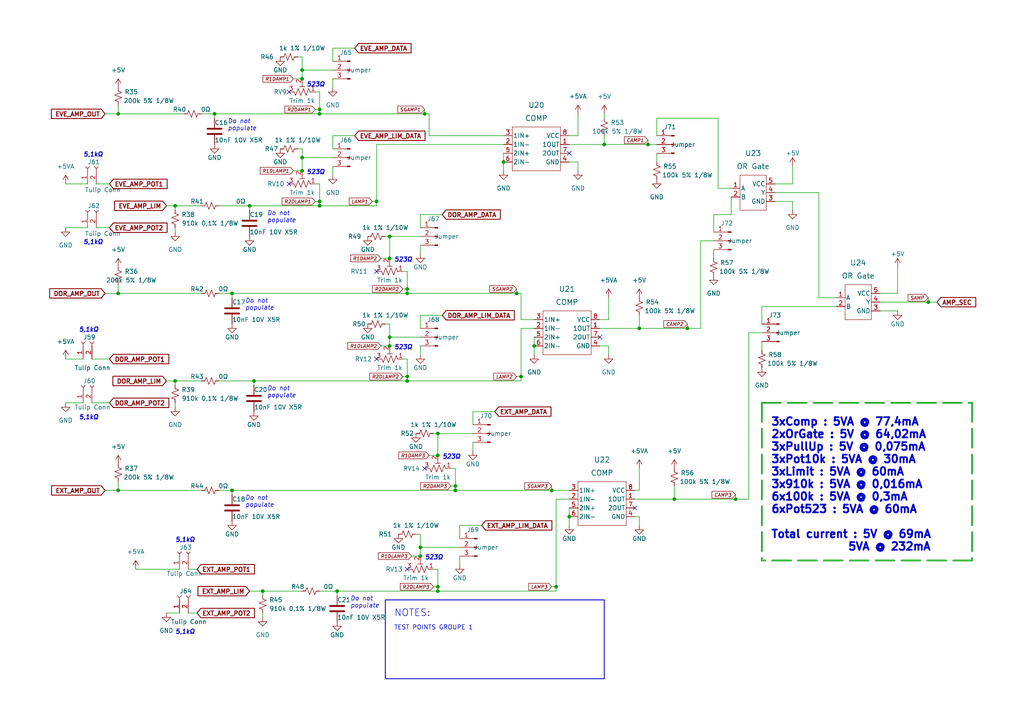
<source format=kicad_sch>
(kicad_sch (version 20211123) (generator eeschema)
  (paper "A4")
  (title_block (title "BUMBLEBEE") (date "2024-01-15") (rev "1.00") (company "ExoFlex") (comment 1 "Bumblebee"))
  (junction (at 87.63 49.53))
  (junction (at 127 171.45))
  (junction (at 199.39 95.25))
  (junction (at 132.08 140.97))
  (junction (at 76.2 171.45))
  (junction (at 160.02 142.24))
  (junction (at 72.39 59.69))
  (junction (at 87.63 45.72))
  (junction (at 62.23 33.02))
  (junction (at 34.29 142.24))
  (junction (at 269.24 87.63))
  (junction (at 113.03 97.79))
  (junction (at 123.19 33.02))
  (junction (at 73.66 110.49))
  (junction (at 118.11 109.22))
  (junction (at 92.71 59.69))
  (junction (at 34.29 85.09))
  (junction (at 121.92 158.75))
  (junction (at 87.63 22.86))
  (junction (at 195.58 144.78))
  (junction (at 149.86 85.09))
  (junction (at 109.22 58.42))
  (junction (at 187.96 41.91))
  (junction (at 92.71 31.75))
  (junction (at 132.08 142.24))
  (junction (at 146.05 46.99))
  (junction (at 151.13 109.22))
  (junction (at 118.11 110.49))
  (junction (at 213.36 144.78))
  (junction (at 67.31 85.09))
  (junction (at 154.94 100.33))
  (junction (at 50.8 110.49))
  (junction (at 113.03 68.58))
  (junction (at 87.63 20.32))
  (junction (at 127 170.18))
  (junction (at 34.29 33.02))
  (junction (at 185.42 95.25))
  (junction (at 165.1 149.86))
  (junction (at 97.79 171.45))
  (junction (at 113.03 100.33))
  (junction (at 175.26 41.91))
  (junction (at 118.11 83.82))
  (junction (at 92.71 33.02))
  (junction (at 92.71 58.42))
  (junction (at 113.03 74.93))
  (junction (at 127 125.73))
  (junction (at 118.11 85.09))
  (junction (at 121.92 161.29))
  (junction (at 50.8 59.69))
  (junction (at 127 132.08))
  (junction (at 161.29 170.18))
  (junction (at 67.31 142.24))
  (no_connect (at 173.99 97.79))
  (no_connect (at 109.22 104.14))
  (no_connect (at 109.22 78.74))
  (no_connect (at 123.19 135.89))
  (no_connect (at 165.1 44.45))
  (no_connect (at 83.82 53.34))
  (no_connect (at 83.82 26.67))
  (no_connect (at 184.15 147.32))
  (no_connect (at 118.11 165.1))
  (wire (pts (xy 167.64 46.99) (xy 167.64 49.53)))
  (wire (pts (xy 220.98 93.98) (xy 220.98 88.9)))
  (wire (pts (xy 229.87 48.26) (xy 229.87 53.34)))
  (wire (pts (xy 176.53 86.36) (xy 176.53 92.71)))
  (wire (pts (xy 165.1 147.32) (xy 165.1 149.86)))
  (polyline (pts (xy 175.26 196.85) (xy 111.76 196.85)) (stroke (width 0.25) (type solid)))
  (wire (pts (xy 96.52 22.86) (xy 96.52 25.4)))
  (polyline (pts (xy 220.98 116.84) (xy 281.94 116.84)) (stroke (width 0.5) (type dash) (color 37 168 45 1)))
  (wire (pts (xy 151.13 109.22) (xy 151.13 110.49)))
  (wire (pts (xy 195.58 144.78) (xy 213.36 144.78)))
  (wire (pts (xy 229.87 53.34) (xy 224.79 53.34)))
  (wire (pts (xy 207.01 67.31) (xy 207.01 62.23)))
  (wire (pts (xy 133.35 156.21) (xy 133.35 152.4)))
  (polyline (pts (xy 220.98 116.84) (xy 220.98 162.56)) (stroke (width 0.5) (type dash) (color 37 168 45 1)))
  (wire (pts (xy 67.31 142.24) (xy 132.08 142.24)))
  (wire (pts (xy 229.87 58.42) (xy 229.87 60.96)))
  (wire (pts (xy 91.44 31.75) (xy 92.71 31.75)))
  (wire (pts (xy 19.05 53.34) (xy 25.4 53.34)))
  (wire (pts (xy 133.35 161.29) (xy 133.35 163.83)))
  (wire (pts (xy 62.23 33.02) (xy 92.71 33.02)))
  (wire (pts (xy 149.86 83.82) (xy 149.86 85.09)))
  (wire (pts (xy 127 171.45) (xy 161.29 171.45)))
  (wire (pts (xy 160.02 142.24) (xy 165.1 142.24)))
  (wire (pts (xy 118.11 109.22) (xy 118.11 110.49)))
  (wire (pts (xy 96.52 13.97) (xy 102.87 13.97)))
  (wire (pts (xy 175.26 34.29) (xy 175.26 33.02)))
  (wire (pts (xy 165.1 41.91) (xy 175.26 41.91)))
  (wire (pts (xy 133.35 152.4) (xy 139.7 152.4)))
  (wire (pts (xy 213.36 143.51) (xy 213.36 144.78)))
  (wire (pts (xy 149.86 85.09) (xy 151.13 85.09)))
  (wire (pts (xy 30.48 33.02) (xy 34.29 33.02)))
  (wire (pts (xy 50.8 66.04) (xy 50.8 67.31)))
  (wire (pts (xy 269.24 87.63) (xy 271.78 87.63)))
  (wire (pts (xy 48.26 110.49) (xy 50.8 110.49)))
  (wire (pts (xy 130.81 140.97) (xy 132.08 140.97)))
  (wire (pts (xy 63.5 110.49) (xy 73.66 110.49)))
  (wire (pts (xy 19.05 104.14) (xy 24.13 104.14)))
  (wire (pts (xy 116.84 109.22) (xy 118.11 109.22)))
  (wire (pts (xy 48.26 59.69) (xy 50.8 59.69)))
  (wire (pts (xy 149.86 109.22) (xy 151.13 109.22)))
  (wire (pts (xy 34.29 142.24) (xy 58.42 142.24)))
  (wire (pts (xy 220.98 96.52) (xy 217.17 96.52)))
  (wire (pts (xy 54.61 177.8) (xy 57.15 177.8)))
  (wire (pts (xy 118.11 110.49) (xy 151.13 110.49)))
  (wire (pts (xy 120.65 154.94) (xy 121.92 154.94)))
  (wire (pts (xy 165.1 149.86) (xy 165.1 152.4)))
  (wire (pts (xy 50.8 59.69) (xy 50.8 60.96)))
  (wire (pts (xy 185.42 91.44) (xy 185.42 95.25)))
  (wire (pts (xy 109.22 41.91) (xy 146.05 41.91)))
  (wire (pts (xy 132.08 142.24) (xy 160.02 142.24)))
  (wire (pts (xy 161.29 170.18) (xy 161.29 171.45)))
  (wire (pts (xy 87.63 20.32) (xy 96.52 20.32)))
  (wire (pts (xy 125.73 170.18) (xy 127 170.18)))
  (wire (pts (xy 217.17 144.78) (xy 213.36 144.78)))
  (wire (pts (xy 50.8 59.69) (xy 58.42 59.69)))
  (wire (pts (xy 184.15 149.86) (xy 185.42 149.86)))
  (wire (pts (xy 175.26 39.37) (xy 175.26 41.91)))
  (wire (pts (xy 124.46 39.37) (xy 146.05 39.37)))
  (wire (pts (xy 190.5 39.37) (xy 190.5 34.29)))
  (wire (pts (xy 185.42 149.86) (xy 185.42 152.4)))
  (wire (pts (xy 116.84 83.82) (xy 118.11 83.82)))
  (wire (pts (xy 63.5 59.69) (xy 72.39 59.69)))
  (wire (pts (xy 187.96 40.64) (xy 187.96 41.91)))
  (wire (pts (xy 165.1 46.99) (xy 167.64 46.99)))
  (wire (pts (xy 237.49 86.36) (xy 242.57 86.36)))
  (wire (pts (xy 86.36 43.18) (xy 87.63 43.18)))
  (wire (pts (xy 92.71 58.42) (xy 92.71 59.69)))
  (wire (pts (xy 87.63 43.18) (xy 87.63 45.72)))
  (wire (pts (xy 212.09 62.23) (xy 212.09 57.15)))
  (wire (pts (xy 34.29 33.02) (xy 53.34 33.02)))
  (wire (pts (xy 87.63 16.51) (xy 87.63 20.32)))
  (wire (pts (xy 207.01 72.39) (xy 207.01 74.93)))
  (wire (pts (xy 154.94 100.33) (xy 154.94 102.87)))
  (wire (pts (xy 132.08 140.97) (xy 132.08 142.24)))
  (wire (pts (xy 76.2 171.45) (xy 76.2 172.72)))
  (polyline (pts (xy 281.94 162.56) (xy 220.98 162.56)) (stroke (width 0.5) (type dash) (color 37 168 45 1)))
  (wire (pts (xy 184.15 142.24) (xy 185.42 142.24)))
  (wire (pts (xy 62.23 33.02) (xy 62.23 34.29)))
  (wire (pts (xy 97.79 171.45) (xy 127 171.45)))
  (wire (pts (xy 118.11 104.14) (xy 118.11 109.22)))
  (wire (pts (xy 30.48 142.24) (xy 34.29 142.24)))
  (polyline (pts (xy 281.94 116.84) (xy 281.94 162.56)) (stroke (width 0.5) (type dash) (color 37 168 45 1)))
  (wire (pts (xy 146.05 46.99) (xy 146.05 49.53)))
  (wire (pts (xy 255.27 87.63) (xy 269.24 87.63)))
  (wire (pts (xy 125.73 165.1) (xy 127 165.1)))
  (wire (pts (xy 97.79 171.45) (xy 97.79 172.72)))
  (wire (pts (xy 195.58 140.97) (xy 195.58 144.78)))
  (wire (pts (xy 92.71 26.67) (xy 92.71 31.75)))
  (wire (pts (xy 73.66 110.49) (xy 73.66 111.76)))
  (wire (pts (xy 203.2 69.85) (xy 207.01 69.85)))
  (wire (pts (xy 54.61 165.1) (xy 57.15 165.1)))
  (wire (pts (xy 119.38 161.29) (xy 121.92 161.29)))
  (wire (pts (xy 176.53 100.33) (xy 176.53 102.87)))
  (wire (pts (xy 67.31 85.09) (xy 67.31 86.36)))
  (wire (pts (xy 107.95 58.42) (xy 109.22 58.42)))
  (wire (pts (xy 207.01 62.23) (xy 212.09 62.23)))
  (wire (pts (xy 26.67 104.14) (xy 31.75 104.14)))
  (wire (pts (xy 72.39 59.69) (xy 92.71 59.69)))
  (wire (pts (xy 110.49 100.33) (xy 113.03 100.33)))
  (wire (pts (xy 173.99 95.25) (xy 185.42 95.25)))
  (wire (pts (xy 50.8 110.49) (xy 58.42 110.49)))
  (wire (pts (xy 137.16 128.27) (xy 137.16 130.81)))
  (wire (pts (xy 121.92 62.23) (xy 128.27 62.23)))
  (wire (pts (xy 185.42 135.89) (xy 185.42 142.24)))
  (wire (pts (xy 121.92 95.25) (xy 121.92 91.44)))
  (wire (pts (xy 161.29 144.78) (xy 161.29 170.18)))
  (wire (pts (xy 175.26 41.91) (xy 187.96 41.91)))
  (wire (pts (xy 203.2 95.25) (xy 203.2 69.85)))
  (wire (pts (xy 19.05 66.04) (xy 25.4 66.04)))
  (wire (pts (xy 72.39 171.45) (xy 76.2 171.45)))
  (wire (pts (xy 63.5 85.09) (xy 67.31 85.09)))
  (wire (pts (xy 127 125.73) (xy 137.16 125.73)))
  (wire (pts (xy 39.37 165.1) (xy 52.07 165.1)))
  (wire (pts (xy 92.71 171.45) (xy 97.79 171.45)))
  (wire (pts (xy 220.98 99.06) (xy 220.98 101.6)))
  (wire (pts (xy 113.03 97.79) (xy 121.92 97.79)))
  (wire (pts (xy 130.81 135.89) (xy 132.08 135.89)))
  (wire (pts (xy 96.52 39.37) (xy 102.87 39.37)))
  (wire (pts (xy 190.5 44.45) (xy 190.5 46.99)))
  (wire (pts (xy 167.64 33.02) (xy 167.64 39.37)))
  (wire (pts (xy 91.44 58.42) (xy 92.71 58.42)))
  (wire (pts (xy 118.11 85.09) (xy 149.86 85.09)))
  (wire (pts (xy 190.5 34.29) (xy 208.28 34.29)))
  (wire (pts (xy 91.44 53.34) (xy 92.71 53.34)))
  (wire (pts (xy 27.94 53.34) (xy 31.75 53.34)))
  (wire (pts (xy 151.13 95.25) (xy 151.13 109.22)))
  (polyline (pts (xy 111.76 173.99) (xy 111.76 196.85)) (stroke (width 0.25) (type solid)))
  (wire (pts (xy 127 165.1) (xy 127 170.18)))
  (wire (pts (xy 161.29 144.78) (xy 165.1 144.78)))
  (wire (pts (xy 113.03 68.58) (xy 113.03 74.93)))
  (wire (pts (xy 85.09 22.86) (xy 87.63 22.86)))
  (wire (pts (xy 224.79 55.88) (xy 237.49 55.88)))
  (wire (pts (xy 260.35 85.09) (xy 255.27 85.09)))
  (wire (pts (xy 125.73 125.73) (xy 127 125.73)))
  (wire (pts (xy 111.76 93.98) (xy 113.03 93.98)))
  (wire (pts (xy 187.96 41.91) (xy 190.5 41.91)))
  (wire (pts (xy 220.98 88.9) (xy 242.57 88.9)))
  (wire (pts (xy 121.92 158.75) (xy 133.35 158.75)))
  (wire (pts (xy 19.05 116.84) (xy 24.13 116.84)))
  (wire (pts (xy 92.71 31.75) (xy 92.71 33.02)))
  (wire (pts (xy 116.84 104.14) (xy 118.11 104.14)))
  (wire (pts (xy 165.1 39.37) (xy 167.64 39.37)))
  (wire (pts (xy 121.92 91.44) (xy 128.27 91.44)))
  (polyline (pts (xy 175.26 173.99) (xy 175.26 196.85)) (stroke (width 0.25) (type solid)))
  (wire (pts (xy 173.99 100.33) (xy 176.53 100.33)))
  (wire (pts (xy 111.76 68.58) (xy 113.03 68.58)))
  (wire (pts (xy 121.92 158.75) (xy 121.92 161.29)))
  (wire (pts (xy 92.71 59.69) (xy 109.22 59.69)))
  (wire (pts (xy 269.24 86.36) (xy 269.24 87.63)))
  (wire (pts (xy 260.35 90.17) (xy 255.27 90.17)))
  (wire (pts (xy 109.22 58.42) (xy 109.22 41.91)))
  (wire (pts (xy 132.08 135.89) (xy 132.08 140.97)))
  (wire (pts (xy 121.92 66.04) (xy 121.92 62.23)))
  (wire (pts (xy 154.94 92.71) (xy 151.13 92.71)))
  (wire (pts (xy 48.26 177.8) (xy 52.07 177.8)))
  (wire (pts (xy 121.92 100.33) (xy 121.92 102.87)))
  (wire (pts (xy 185.42 95.25) (xy 199.39 95.25)))
  (wire (pts (xy 184.15 144.78) (xy 195.58 144.78)))
  (wire (pts (xy 160.02 140.97) (xy 160.02 142.24)))
  (wire (pts (xy 137.16 123.19) (xy 137.16 119.38)))
  (wire (pts (xy 34.29 85.09) (xy 58.42 85.09)))
  (wire (pts (xy 67.31 142.24) (xy 67.31 143.51)))
  (wire (pts (xy 208.28 34.29) (xy 208.28 54.61)))
  (wire (pts (xy 109.22 59.69) (xy 109.22 58.42)))
  (wire (pts (xy 229.87 58.42) (xy 224.79 58.42)))
  (wire (pts (xy 76.2 171.45) (xy 87.63 171.45)))
  (wire (pts (xy 118.11 83.82) (xy 118.11 85.09)))
  (wire (pts (xy 116.84 78.74) (xy 118.11 78.74)))
  (wire (pts (xy 26.67 116.84) (xy 31.75 116.84)))
  (wire (pts (xy 113.03 97.79) (xy 113.03 100.33)))
  (wire (pts (xy 199.39 95.25) (xy 203.2 95.25)))
  (wire (pts (xy 92.71 53.34) (xy 92.71 58.42)))
  (wire (pts (xy 199.39 93.98) (xy 199.39 95.25)))
  (wire (pts (xy 50.8 110.49) (xy 50.8 111.76)))
  (wire (pts (xy 173.99 92.71) (xy 176.53 92.71)))
  (wire (pts (xy 87.63 20.32) (xy 87.63 22.86)))
  (wire (pts (xy 73.66 110.49) (xy 118.11 110.49)))
  (wire (pts (xy 113.03 93.98) (xy 113.03 97.79)))
  (wire (pts (xy 85.09 49.53) (xy 87.63 49.53)))
  (wire (pts (xy 124.46 132.08) (xy 127 132.08)))
  (wire (pts (xy 92.71 33.02) (xy 123.19 33.02)))
  (wire (pts (xy 27.94 66.04) (xy 31.75 66.04)))
  (wire (pts (xy 217.17 96.52) (xy 217.17 144.78)))
  (wire (pts (xy 96.52 48.26) (xy 96.52 50.8)))
  (wire (pts (xy 86.36 16.51) (xy 87.63 16.51)))
  (wire (pts (xy 87.63 45.72) (xy 96.52 45.72)))
  (wire (pts (xy 123.19 33.02) (xy 124.46 33.02)))
  (wire (pts (xy 151.13 85.09) (xy 151.13 92.71)))
  (wire (pts (xy 123.19 31.75) (xy 123.19 33.02)))
  (wire (pts (xy 146.05 44.45) (xy 146.05 46.99)))
  (wire (pts (xy 151.13 95.25) (xy 154.94 95.25)))
  (wire (pts (xy 34.29 139.7) (xy 34.29 142.24)))
  (wire (pts (xy 96.52 17.78) (xy 96.52 13.97)))
  (wire (pts (xy 160.02 170.18) (xy 161.29 170.18)))
  (wire (pts (xy 137.16 119.38) (xy 143.51 119.38)))
  (wire (pts (xy 50.8 116.84) (xy 50.8 118.11)))
  (wire (pts (xy 91.44 26.67) (xy 92.71 26.67)))
  (wire (pts (xy 72.39 59.69) (xy 72.39 60.96)))
  (wire (pts (xy 30.48 85.09) (xy 34.29 85.09)))
  (wire (pts (xy 34.29 30.48) (xy 34.29 33.02)))
  (wire (pts (xy 67.31 85.09) (xy 118.11 85.09)))
  (wire (pts (xy 58.42 33.02) (xy 62.23 33.02)))
  (wire (pts (xy 96.52 43.18) (xy 96.52 39.37)))
  (wire (pts (xy 124.46 33.02) (xy 124.46 39.37)))
  (wire (pts (xy 118.11 78.74) (xy 118.11 83.82)))
  (wire (pts (xy 121.92 71.12) (xy 121.92 73.66)))
  (wire (pts (xy 127 125.73) (xy 127 132.08)))
  (wire (pts (xy 110.49 74.93) (xy 113.03 74.93)))
  (wire (pts (xy 34.29 82.55) (xy 34.29 85.09)))
  (wire (pts (xy 113.03 68.58) (xy 121.92 68.58)))
  (wire (pts (xy 87.63 45.72) (xy 87.63 49.53)))
  (wire (pts (xy 260.35 77.47) (xy 260.35 85.09)))
  (polyline (pts (xy 111.76 173.99) (xy 175.26 173.99)) (stroke (width 0.25) (type solid)))
  (wire (pts (xy 154.94 97.79) (xy 154.94 100.33)))
  (wire (pts (xy 121.92 154.94) (xy 121.92 158.75)))
  (wire (pts (xy 208.28 54.61) (xy 212.09 54.61)))
  (wire (pts (xy 127 170.18) (xy 127 171.45)))
  (wire (pts (xy 237.49 55.88) (xy 237.49 86.36)))
  (wire (pts (xy 76.2 177.8) (xy 76.2 179.07)))
  (wire (pts (xy 63.5 142.24) (xy 67.31 142.24)))
  (text "Do not \npopulate" (at 77.47 64.77 0) (effects (font (size 1.27 1.27) italic) (justify left bottom)))
  (text "523Ω" (at 88.9 50.8 0) (effects (font (size 1.27 1.27) (thickness 0.254) bold italic) (justify left bottom)))
  (text "523Ω" (at 114.3 101.6 0) (effects (font (size 1.27 1.27) (thickness 0.254) bold italic) (justify left bottom)))
  (text "5,1kΩ" (at 24.13 45.72 0) (effects (font (size 1.27 1.27) (thickness 0.254) bold italic) (justify left bottom)))
  (text "5,1kΩ" (at 22.86 121.92 0) (effects (font (size 1.27 1.27) (thickness 0.254) bold italic) (justify left bottom)))
  (text "5,1kΩ" (at 50.8 184.15 0) (effects (font (size 1.27 1.27) (thickness 0.254) bold italic) (justify left bottom)))
  (text "523Ω" (at 123.19 162.56 0) (effects (font (size 1.27 1.27) (thickness 0.254) bold italic) (justify left bottom)))
  (text "Do not \npopulate" (at 77.47 115.57 0) (effects (font (size 1.27 1.27) italic) (justify left bottom)))
  (text "NOTES:" (at 114.3 179.07 0) (effects (font (size 2 2)) (justify left bottom)))
  (text "5,1kΩ" (at 22.86 96.52 0) (effects (font (size 1.27 1.27) (thickness 0.254) bold italic) (justify left bottom)))
  (text "523Ω" (at 114.3 76.2 0) (effects (font (size 1.27 1.27) (thickness 0.254) bold italic) (justify left bottom)))
  (text "Do not \npopulate" (at 101.6 176.53 0) (effects (font (size 1.27 1.27) italic) (justify left bottom)))
  (text "523Ω" (at 88.9 25.4 0) (effects (font (size 1.27 1.27) (thickness 0.254) bold italic) (justify left bottom)))
  (text "Do not \npopulate" (at 66.04 38.1 0) (effects (font (size 1.27 1.27) italic) (justify left bottom)))
  (text "Do not \npopulate" (at 71.12 90.17 0) (effects (font (size 1.27 1.27) italic) (justify left bottom)))
  (text "TEST POINTS GROUPE 1" (at 114.3 182.88 0) (effects (font (size 1.27 1.27)) (justify left bottom)))
  (text "3xComp : 5VA @ 77,4mA\n2xOrGate : 5V @ 64,02mA\n3xPullUp : 5V @ 0,075mA\n3xPot10k : 5VA @ 30mA\n3xLimit : 5VA @ 60mA\n3x910k : 5VA @ 0,016mA\n6x100k : 5VA @ 0,3mA\n6xPot523 : 5VA @ 60mA\n\nTotal current : 5V @ 69mA\n             5VA @ 232mA" (at 223.52 160.02 0) (effects (font (size 2.25 2.25) (thickness 0.5) bold) (justify left bottom)))
  (text "5,1kΩ" (at 50.8 157.48 0) (effects (font (size 1.27 1.27) (thickness 0.254) bold italic) (justify left bottom)))
  (text "Do not \npopulate" (at 71.12 147.32 0) (effects (font (size 1.27 1.27) italic) (justify left bottom)))
  (text "523Ω" (at 128.27 133.35 0) (effects (font (size 1.27 1.27) (thickness 0.254) bold italic) (justify left bottom)))
  (text "5,1kΩ" (at 24.13 71.12 0) (effects (font (size 1.27 1.27) (thickness 0.254) bold italic) (justify left bottom)))
  (global_label "EXT_AMP_LIM" (shape input) (at 72.39 171.45 180) (effects (font (thickness 0.254) bold)) (property "Intersheet References" "${INTERSHEET_REFS}" (effects hide)))
  (global_label "EVE_AMP_POT1" (shape input) (at 31.75 53.34 0) (effects (font (thickness 0.254) bold)) (property "Intersheet References" "${INTERSHEET_REFS}" (effects hide)))
  (global_label "R1DLAMP3" (shape input) (at 119.38 161.29 180) (effects (font (size 1 1) italic)) (property "Intersheet References" "${INTERSHEET_REFS}" (effects hide)))
  (global_label "DOR_AMP_LIM" (shape input) (at 48.26 110.49 180) (effects (font (thickness 0.254) bold)) (property "Intersheet References" "${INTERSHEET_REFS}" (effects hide)))
  (global_label "DOR_AMP_POT1" (shape input) (at 31.75 104.14 0) (effects (font (thickness 0.254) bold)) (property "Intersheet References" "${INTERSHEET_REFS}" (effects hide)))
  (global_label "EVE_AMP_LIM" (shape input) (at 48.26 59.69 180) (effects (font (thickness 0.254) bold)) (property "Intersheet References" "${INTERSHEET_REFS}" (effects hide)))
  (global_label "EXT_AMP_LIM_DATA" (shape input) (at 139.7 152.4 0) (effects (font bold)) (property "Intersheet References" "${INTERSHEET_REFS}" (effects hide)))
  (global_label "DOR_AMP_DATA" (shape input) (at 128.27 62.23 0) (effects (font bold)) (property "Intersheet References" "${INTERSHEET_REFS}" (effects hide)))
  (global_label "R1DAMP3" (shape input) (at 124.46 132.08 180) (effects (font (size 1 1) italic)) (property "Intersheet References" "${INTERSHEET_REFS}" (effects hide)))
  (global_label "SGAMP1" (shape input) (at 123.19 31.75 180) (effects (font (size 1 1) italic)) (property "Intersheet References" "${INTERSHEET_REFS}" (effects hide)))
  (global_label "DOR_AMP_POT2" (shape input) (at 31.75 116.84 0) (effects (font (thickness 0.254) bold)) (property "Intersheet References" "${INTERSHEET_REFS}" (effects hide)))
  (global_label "EVE_AMP_POT2" (shape input) (at 31.75 66.04 0) (effects (font (thickness 0.254) bold)) (property "Intersheet References" "${INTERSHEET_REFS}" (effects hide)))
  (global_label "CAMP3" (shape input) (at 213.36 143.51 180) (effects (font (size 1 1) italic)) (property "Intersheet References" "${INTERSHEET_REFS}" (effects hide)))
  (global_label "CAMP2" (shape input) (at 199.39 93.98 180) (effects (font (size 1 1) italic)) (property "Intersheet References" "${INTERSHEET_REFS}" (effects hide)))
  (global_label "DOR_AMP_LIM_DATA" (shape input) (at 128.27 91.44 0) (effects (font bold)) (property "Intersheet References" "${INTERSHEET_REFS}" (effects hide)))
  (global_label "R2DAMP2" (shape input) (at 116.84 83.82 180) (effects (font (size 1 1) italic)) (property "Intersheet References" "${INTERSHEET_REFS}" (effects hide)))
  (global_label "R2DAMP1" (shape input) (at 91.44 31.75 180) (effects (font (size 1 1) italic)) (property "Intersheet References" "${INTERSHEET_REFS}" (effects hide)))
  (global_label "EVE_AMP_OUT" (shape input) (at 30.48 33.02 180) (effects (font (thickness 0.254) bold)) (property "Intersheet References" "${INTERSHEET_REFS}" (effects hide)))
  (global_label "LAMP2" (shape input) (at 149.86 109.22 180) (effects (font (size 1 1) italic)) (property "Intersheet References" "${INTERSHEET_REFS}" (effects hide)))
  (global_label "R1DAMP1" (shape input) (at 85.09 22.86 180) (effects (font (size 1 1) italic)) (property "Intersheet References" "${INTERSHEET_REFS}" (effects hide)))
  (global_label "DOR_AMP_OUT" (shape input) (at 30.48 85.09 180) (effects (font (thickness 0.254) bold)) (property "Intersheet References" "${INTERSHEET_REFS}" (effects hide)))
  (global_label "SGAMP3" (shape input) (at 160.02 140.97 180) (effects (font (size 1 1) italic)) (property "Intersheet References" "${INTERSHEET_REFS}" (effects hide)))
  (global_label "SAMP" (shape input) (at 269.24 86.36 180) (effects (font (size 1 1) italic)) (property "Intersheet References" "${INTERSHEET_REFS}" (effects hide)))
  (global_label "EXT_AMP_OUT" (shape input) (at 30.48 142.24 180) (effects (font (thickness 0.254) bold)) (property "Intersheet References" "${INTERSHEET_REFS}" (effects hide)))
  (global_label "R1DAMP2" (shape input) (at 110.49 74.93 180) (effects (font (size 1 1) italic)) (property "Intersheet References" "${INTERSHEET_REFS}" (effects hide)))
  (global_label "R2DAMP3" (shape input) (at 130.81 140.97 180) (effects (font (size 1 1) italic)) (property "Intersheet References" "${INTERSHEET_REFS}" (effects hide)))
  (global_label "EXT_AMP_POT1" (shape input) (at 57.15 165.1 0) (effects (font (thickness 0.254) bold)) (property "Intersheet References" "${INTERSHEET_REFS}" (effects hide)))
  (global_label "R2DLAMP3" (shape input) (at 125.73 170.18 180) (effects (font (size 1 1) italic)) (property "Intersheet References" "${INTERSHEET_REFS}" (effects hide)))
  (global_label "EVE_AMP_DATA" (shape input) (at 102.87 13.97 0) (effects (font bold)) (property "Intersheet References" "${INTERSHEET_REFS}" (effects hide)))
  (global_label "LAMP3" (shape input) (at 160.02 170.18 180) (effects (font (size 1 1) italic)) (property "Intersheet References" "${INTERSHEET_REFS}" (effects hide)))
  (global_label "EXT_AMP_POT2" (shape input) (at 57.15 177.8 0) (effects (font (thickness 0.254) bold)) (property "Intersheet References" "${INTERSHEET_REFS}" (effects hide)))
  (global_label "R2DLAMP2" (shape input) (at 116.84 109.22 180) (effects (font (size 1 1) italic)) (property "Intersheet References" "${INTERSHEET_REFS}" (effects hide)))
  (global_label "R1DLAMP2" (shape input) (at 110.49 100.33 180) (effects (font (size 1 1) italic)) (property "Intersheet References" "${INTERSHEET_REFS}" (effects hide)))
  (global_label "CAMP1" (shape input) (at 187.96 40.64 180) (effects (font (size 1 1) italic)) (property "Intersheet References" "${INTERSHEET_REFS}" (effects hide)))
  (global_label "R1DLAMP1" (shape input) (at 85.09 49.53 180) (effects (font (size 1 1) italic)) (property "Intersheet References" "${INTERSHEET_REFS}" (effects hide)))
  (global_label "EXT_AMP_DATA" (shape input) (at 143.51 119.38 0) (effects (font bold)) (property "Intersheet References" "${INTERSHEET_REFS}" (effects hide)))
  (global_label "EVE_AMP_LIM_DATA" (shape input) (at 102.87 39.37 0) (effects (font bold)) (property "Intersheet References" "${INTERSHEET_REFS}" (effects hide)))
  (global_label "SGAMP2" (shape input) (at 149.86 83.82 180) (effects (font (size 1 1) italic)) (property "Intersheet References" "${INTERSHEET_REFS}" (effects hide)))
  (global_label "R2DLAMP1" (shape input) (at 91.44 58.42 180) (effects (font (size 1 1) italic)) (property "Intersheet References" "${INTERSHEET_REFS}" (effects hide)))
  (global_label "LAMP1" (shape input) (at 107.95 58.42 180) (effects (font (size 1 1) italic)) (property "Intersheet References" "${INTERSHEET_REFS}" (effects hide)))
  (global_label "AMP_SEC" (shape input) (at 271.78 87.63 0) (effects (font bold)) (property "Intersheet References" "${INTERSHEET_REFS}" (effects hide)))
  (symbol (lib_id "power:GND") (at 220.98 106.68 0) (unit 1)
    (property "Reference" "#PWR0205" (effects hide))
    (property "Value" "GND" (at 220.98 111.76 0))
  )
  (symbol (lib_id "power:+5VA") (at 167.64 33.02 0) (unit 1)
    (property "Reference" "#PWR0194" (effects hide))
    (property "Value" "+5VA" (at 167.64 27.94 0))
  )
  (symbol (lib_id "power:GND") (at 260.35 90.17 0) (unit 1)
    (property "Reference" "#PWR0209" (effects hide))
    (property "Value" "GND" (at 260.35 93.98 0))
  )
  (symbol (lib_id "SymLib:SN74LVC1G32DBVR") (at 223.52 85.09 0) (unit 1)
    (property "Reference" "U24" (at 248.92 76.2 0) (effects (font (size 1.524 1.524))))
    (property "Value" "OR Gate" (at 248.92 80.01 0) (effects (font (size 1.524 1.524))))
    (property "Footprint" "FootPrint:SOT95P270X145-5N" (effects hide))
    (property "DESCRIPTION" "OR Gate IC 1 Channel SOT-23-5" (effects hide))
    (property "MANUFACTURER" "Texas Instruments" (effects hide))
    (property "PACKAGE" "SC-74A, SOT-753" (effects hide))
    (property "PART NUMBER" "SN74LVC1G32DBVR" (effects hide))
    (property "TYPE" "SMD" (effects hide))
  )
  (symbol (lib_id "Connector:Conn_01x03_Male") (at 138.43 158.75 0) (mirror y) (unit 1)
    (property "Reference" "J69" (at 137.16 153.67 0))
    (property "Value" "Jumper" (at 140.97 158.75 0))
    (property "Footprint" "Connector_PinSocket_2.54mm:PinSocket_1x03_P2.54mm_Vertical" (effects hide))
    (property "DESCRIPTION" "CONN HEADER VERT 3POS 2.54MM" (effects hide))
    (property "MANUFACTURER" "Würth Elektronik" (effects hide))
    (property "PACKAGE" "Square 0.100\" (2.54mm)" (effects hide))
    (property "PART NUMBER" "61300311121" (effects hide))
    (property "TYPE" "Through Hole" (effects hide))
  )
  (symbol (lib_id "power:GND") (at 96.52 25.4 0) (unit 1)
    (property "Reference" "#PWR0180" (effects hide))
    (property "Value" "GND" (at 96.52 30.48 0))
  )
  (symbol (lib_id "power:+5V") (at 34.29 25.4 0) (unit 1)
    (property "Reference" "#PWR0165" (effects hide))
    (property "Value" "+5V" (at 34.29 20.32 0))
  )
  (symbol (lib_id "Device:R_Small_US") (at 207.01 77.47 0) (unit 1)
    (property "Reference" "R57" (at 210.82 76.2 0))
    (property "Value" "100k 5% 1/8W" (at 215.9 78.74 0))
    (property "Footprint" "Resistor_SMD:R_0805_2012Metric" (effects hide))
    (property "MANUFACTURER" "Panasonic Electronic Components" (effects hide))
    (property "PACKAGE" "0805 (2012 Metric)" (effects hide))
    (property "PART NUMBER" "ERJ-6GEYJ104V" (effects hide))
    (property "TYPE" "SMD" (effects hide))
    (property "DESCRIPTION" "100 kOhms ±5% 0.125W, 1/8W Chip Resistor 0805 (2012 Metric) Automotive AEC-Q200 Thick Film" (effects hide))
  )
  (symbol (lib_id "Device:R_Potentiometer_Trim_US") (at 127 135.89 270) (mirror x) (unit 1)
    (property "Reference" "RV14" (at 119.38 135.89 90))
    (property "Value" "Trim 1k" (at 127 138.43 90))
    (property "Footprint" "FootPrint:TRIM_3362P-1-102LF" (effects hide))
    (property "MANUFACTURER" "Bourns Inc." (effects hide))
    (property "PACKAGE" "Rectangular - 0.275\" x 0.260\" Face" (effects hide))
    (property "PART NUMBER" "3362P-1-102LF" (effects hide))
    (property "TYPE" "Through Hole" (effects hide))
    (property "DESCRIPTION" "Trimmer 1k 0,5W PC PIN TOP" (effects hide))
  )
  (symbol (lib_id "Device:R_Small_US") (at 60.96 142.24 90) (unit 1)
    (property "Reference" "R44" (at 57.15 140.97 90))
    (property "Value" "0Ω" (at 64.77 140.97 90))
    (property "Footprint" "Resistor_SMD:R_0805_2012Metric" (effects hide))
    (property "MANUFACTURER" "Panasonic Electronic Components" (effects hide))
    (property "PACKAGE" "0805 (2012 Metric)" (effects hide))
    (property "PART NUMBER" "ERJ-6GEY0R00V" (effects hide))
    (property "TYPE" "SMD" (effects hide))
    (property "DESCRIPTION" "0 Ohms Jumper Chip Resistor 0805 (2012 Metric) Automotive AEC-Q200 Thick Film" (effects hide))
  )
  (symbol (lib_id "Device:R_Potentiometer_Trim_US") (at 87.63 26.67 270) (mirror x) (unit 1)
    (property "Reference" "RV9" (at 81.28 26.67 90))
    (property "Value" "Trim 1k" (at 87.63 29.21 90))
    (property "Footprint" "FootPrint:TRIM_3362P-1-102LF" (effects hide))
    (property "MANUFACTURER" "Bourns Inc." (effects hide))
    (property "PACKAGE" "Rectangular - 0.275\" x 0.260\" Face" (effects hide))
    (property "PART NUMBER" "3362P-1-102LF" (effects hide))
    (property "TYPE" "Through Hole" (effects hide))
    (property "DESCRIPTION" "Trimmer 1k 0,5W PC PIN TOP" (effects hide))
  )
  (symbol (lib_id "Connector:Conn_01x02_Female") (at 52.07 172.72 90) (unit 1)
    (property "Reference" "J64" (at 52.07 171.45 90) (effects (justify right)))
    (property "Value" "Tulip Conn" (at 49.53 180.34 90) (effects (justify right)))
    (property "Footprint" "Connector_PinSocket_2.54mm:PinSocket_1x02_P2.54mm_Vertical" (effects hide))
    (property "DESCRIPTION" "2 Position Socket Connector 0.100\" (2.54mm) Through Hole Gold" (effects hide))
    (property "MANUFACTURER" "Preci-Dip" (effects hide))
    (property "PACKAGE" "2 POS 0.100\" (2.54mm)" (effects hide))
    (property "PART NUMBER" "801-87-002-10-001101" (effects hide))
    (property "TYPE" "Through Hole" (effects hide))
  )
  (symbol (lib_id "SymLib:LM393DGKR") (at 146.05 142.24 0) (unit 1)
    (property "Reference" "U22" (at 174.625 133.35 0) (effects (font (size 1.524 1.524))))
    (property "Value" "COMP" (at 174.625 137.16 0) (effects (font (size 1.524 1.524))))
    (property "Footprint" "FootPrint:DGK8" (effects hide))
    (property "Datasheet" "LM393DGKR" (effects hide))
    (property "DESCRIPTION" "Comparator General Purpose Open-Collector, Rail-to-Rail 8-VSSOP" (effects hide))
    (property "MANUFACTURER" "Texas Instruments" (effects hide))
    (property "PACKAGE" "8-TSSOP, 8-MSOP (0.118\", 3.00mm Width)" (effects hide))
    (property "PART NUMBER" "LM393DGKR" (effects hide))
    (property "TYPE" "SMD" (effects hide))
  )
  (symbol (lib_id "Connector:Conn_01x03_Male") (at 195.58 41.91 0) (mirror y) (unit 1)
    (property "Reference" "J71" (at 194.31 36.83 0))
    (property "Value" "Jumper" (at 198.12 41.91 0))
    (property "Footprint" "Connector_PinSocket_2.54mm:PinSocket_1x03_P2.54mm_Vertical" (effects hide))
    (property "DESCRIPTION" "CONN HEADER VERT 3POS 2.54MM" (effects hide))
    (property "MANUFACTURER" "Würth Elektronik" (effects hide))
    (property "PACKAGE" "Square 0.100\" (2.54mm)" (effects hide))
    (property "PART NUMBER" "61300311121" (effects hide))
    (property "TYPE" "Through Hole" (effects hide))
  )
  (symbol (lib_id "Device:R_Small_US") (at 118.11 154.94 90) (unit 1)
    (property "Reference" "R51" (at 111.76 154.94 90))
    (property "Value" "1k 1% 1/10W" (at 120.65 152.4 90))
    (property "Footprint" "Resistor_SMD:R_0402_1005Metric" (effects hide))
    (property "MANUFACTURER" "Panasonic Electronic Components" (effects hide))
    (property "PACKAGE" "0402 (1005 Metric)" (effects hide))
    (property "PART NUMBER" "ERJ-2RKF1001X" (effects hide))
    (property "TYPE" "SMD" (effects hide))
    (property "DESCRIPTION" "1 kOhms ±1% 0.1W, 1/10W Chip Resistor 0402 (1005 Metric) Automotive AEC-Q200 Thick Film" (effects hide))
  )
  (symbol (lib_id "Device:R_Potentiometer_Trim_US") (at 121.92 165.1 270) (mirror x) (unit 1)
    (property "Reference" "RV13" (at 114.3 165.1 90))
    (property "Value" "Trim 1k" (at 120.65 167.64 90))
    (property "Footprint" "FootPrint:TRIM_3362P-1-102LF" (effects hide))
    (property "MANUFACTURER" "Bourns Inc." (effects hide))
    (property "PACKAGE" "Rectangular - 0.275\" x 0.260\" Face" (effects hide))
    (property "PART NUMBER" "3362P-1-102LF" (effects hide))
    (property "TYPE" "Through Hole" (effects hide))
    (property "DESCRIPTION" "Trimmer 1k 0,5W PC PIN TOP" (effects hide))
  )
  (symbol (lib_id "power:+5VA") (at 39.37 165.1 0) (unit 1)
    (property "Reference" "#PWR0168" (effects hide))
    (property "Value" "+5VA" (at 39.37 160.02 0))
  )
  (symbol (lib_id "power:GND") (at 50.8 67.31 0) (unit 1)
    (property "Reference" "#PWR0170" (effects hide))
    (property "Value" "GND" (at 50.8 72.39 0))
  )
  (symbol (lib_id "Device:R_Potentiometer_Trim_US") (at 113.03 104.14 270) (mirror x) (unit 1)
    (property "Reference" "RV12" (at 105.41 104.14 90))
    (property "Value" "Trim 1k" (at 113.03 106.68 90))
    (property "Footprint" "FootPrint:TRIM_3362P-1-102LF" (effects hide))
    (property "MANUFACTURER" "Bourns Inc." (effects hide))
    (property "PACKAGE" "Rectangular - 0.275\" x 0.260\" Face" (effects hide))
    (property "PART NUMBER" "3362P-1-102LF" (effects hide))
    (property "TYPE" "Through Hole" (effects hide))
    (property "DESCRIPTION" "Trimmer 1k 0,5W PC PIN TOP" (effects hide))
  )
  (symbol (lib_id "power:GND") (at 73.66 119.38 0) (unit 1)
    (property "Reference" "#PWR0176" (effects hide))
    (property "Value" "GND" (at 73.66 123.19 0))
  )
  (symbol (lib_id "Device:R_Small_US") (at 175.26 36.83 0) (unit 1)
    (property "Reference" "R53" (at 179.07 35.56 0))
    (property "Value" "100k 5% 1/8W" (at 179.07 38.1 0))
    (property "Footprint" "Resistor_SMD:R_0805_2012Metric" (effects hide))
    (property "MANUFACTURER" "Panasonic Electronic Components" (effects hide))
    (property "PACKAGE" "0805 (2012 Metric)" (effects hide))
    (property "PART NUMBER" "ERJ-6GEYJ104V" (effects hide))
    (property "TYPE" "SMD" (effects hide))
    (property "DESCRIPTION" "100 kOhms ±5% 0.125W, 1/8W Chip Resistor 0805 (2012 Metric) Automotive AEC-Q200 Thick Film" (effects hide))
  )
  (symbol (lib_id "Device:R_Small_US") (at 34.29 80.01 0) (unit 1)
    (property "Reference" "R36" (at 38.1 78.74 0))
    (property "Value" "200k 5% 1/8W" (at 38.1 81.28 0))
    (property "Footprint" "Resistor_SMD:R_0805_2012Metric" (effects hide))
    (property "MANUFACTURER" "Panasonic Electronic Components" (effects hide))
    (property "PACKAGE" "0805 (2012 Metric)" (effects hide))
    (property "PART NUMBER" "ERJ-6GEYJ204V" (effects hide))
    (property "TYPE" "SMD" (effects hide))
    (property "DESCRIPTION" "200 kOhms ±5% 0.125W, 1/8W Chip Resistor 0805 (2012 Metric) Automotive AEC-Q200 Thick Film" (effects hide))
  )
  (symbol (lib_id "Device:R_Small_US") (at 90.17 171.45 90) (unit 1)
    (property "Reference" "R48" (at 86.36 170.18 90))
    (property "Value" "0Ω" (at 95.25 170.18 90))
    (property "Footprint" "Resistor_SMD:R_0805_2012Metric" (effects hide))
    (property "MANUFACTURER" "Panasonic Electronic Components" (effects hide))
    (property "PACKAGE" "0805 (2012 Metric)" (effects hide))
    (property "PART NUMBER" "ERJ-6GEY0R00V" (effects hide))
    (property "TYPE" "SMD" (effects hide))
    (property "DESCRIPTION" "0 Ohms Jumper Chip Resistor 0805 (2012 Metric) Automotive AEC-Q200 Thick Film" (effects hide))
  )
  (symbol (lib_id "power:GND") (at 96.52 50.8 0) (unit 1)
    (property "Reference" "#PWR0181" (effects hide))
    (property "Value" "GND" (at 96.52 55.88 0))
  )
  (symbol (lib_id "Connector:Conn_01x03_Male") (at 127 97.79 0) (mirror y) (unit 1)
    (property "Reference" "J68" (at 125.73 92.71 0))
    (property "Value" "Jumper" (at 129.54 97.79 0))
    (property "Footprint" "Connector_PinSocket_2.54mm:PinSocket_1x03_P2.54mm_Vertical" (effects hide))
    (property "DESCRIPTION" "CONN HEADER VERT 3POS 2.54MM" (effects hide))
    (property "MANUFACTURER" "Würth Elektronik" (effects hide))
    (property "PACKAGE" "Square 0.100\" (2.54mm)" (effects hide))
    (property "PART NUMBER" "61300311121" (effects hide))
    (property "TYPE" "Through Hole" (effects hide))
  )
  (symbol (lib_id "Device:C") (at 73.66 115.57 0) (unit 1)
    (property "Reference" "C20" (at 73.66 113.03 0) (effects (justify left)))
    (property "Value" "10nF 10V X5R" (at 73.66 118.11 0) (effects (justify left)))
    (property "Footprint" "Capacitor_SMD:C_01005_0402Metric" (effects hide))
    (property "MANUFACTURER" "Murata Electronics" (effects hide))
    (property "PACKAGE" "01005 (0402 Metric)" (effects hide))
    (property "PART NUMBER" "GRM022R61A103KE19L" (effects hide))
    (property "TYPE" "SMD" (effects hide))
    (property "NOTES" "DO NOT POPULATE" (effects hide))
    (property "DESCRIPTION" "10000 pF ±10% 10V Ceramic Capacitor X5R 01005 (0402 Metric)" (effects hide))
  )
  (symbol (lib_id "power:+5V") (at 34.29 134.62 0) (unit 1)
    (property "Reference" "#PWR0167" (effects hide))
    (property "Value" "+5V" (at 34.29 129.54 0))
  )
  (symbol (lib_id "power:GND") (at 106.68 93.98 0) (unit 1)
    (property "Reference" "#PWR0184" (effects hide))
    (property "Value" "GND" (at 106.68 97.79 0))
  )
  (symbol (lib_id "power:+5VA") (at 19.05 104.14 0) (unit 1)
    (property "Reference" "#PWR0163" (effects hide))
    (property "Value" "+5VA" (at 19.05 99.06 0))
  )
  (symbol (lib_id "Connector:Conn_01x02_Female") (at 25.4 60.96 90) (unit 1)
    (property "Reference" "J62" (at 25.4 59.69 90) (effects (justify right)))
    (property "Value" "Tulip Conn" (at 24.5986 67.7719 90) (effects (justify right)))
    (property "Footprint" "Connector_PinSocket_2.54mm:PinSocket_1x02_P2.54mm_Vertical" (effects hide))
    (property "DESCRIPTION" "2 Position Socket Connector 0.100\" (2.54mm) Through Hole Gold" (effects hide))
    (property "MANUFACTURER" "Preci-Dip" (effects hide))
    (property "PACKAGE" "2 POS 0.100\" (2.54mm)" (effects hide))
    (property "PART NUMBER" "801-87-002-10-001101" (effects hide))
    (property "TYPE" "Through Hole" (effects hide))
  )
  (symbol (lib_id "Device:C") (at 67.31 90.17 0) (unit 1)
    (property "Reference" "C17" (at 67.31 87.63 0) (effects (justify left)))
    (property "Value" "10nF 10V X5R" (at 67.31 92.71 0) (effects (justify left)))
    (property "Footprint" "Capacitor_SMD:C_01005_0402Metric" (effects hide))
    (property "MANUFACTURER" "Murata Electronics" (effects hide))
    (property "PACKAGE" "01005 (0402 Metric)" (effects hide))
    (property "PART NUMBER" "GRM022R61A103KE19L" (effects hide))
    (property "TYPE" "SMD" (effects hide))
    (property "NOTES" "DO NOT POPULATE" (effects hide))
    (property "DESCRIPTION" "10000 pF ±10% 10V Ceramic Capacitor X5R 01005 (0402 Metric)" (effects hide))
  )
  (symbol (lib_id "Device:R_Small_US") (at 60.96 85.09 90) (unit 1)
    (property "Reference" "R42" (at 57.15 83.82 90))
    (property "Value" "0Ω" (at 64.77 83.82 90))
    (property "Footprint" "Resistor_SMD:R_0805_2012Metric" (effects hide))
    (property "MANUFACTURER" "Panasonic Electronic Components" (effects hide))
    (property "PACKAGE" "0805 (2012 Metric)" (effects hide))
    (property "PART NUMBER" "ERJ-6GEY0R00V" (effects hide))
    (property "TYPE" "SMD" (effects hide))
    (property "DESCRIPTION" "0 Ohms Jumper Chip Resistor 0805 (2012 Metric) Automotive AEC-Q200 Thick Film" (effects hide))
  )
  (symbol (lib_id "Connector:Conn_01x03_Male") (at 142.24 125.73 0) (mirror y) (unit 1)
    (property "Reference" "J70" (at 140.97 120.65 0))
    (property "Value" "Jumper" (at 144.78 125.73 0))
    (property "Footprint" "Connector_PinSocket_2.54mm:PinSocket_1x03_P2.54mm_Vertical" (effects hide))
    (property "DESCRIPTION" "CONN HEADER VERT 3POS 2.54MM" (effects hide))
    (property "MANUFACTURER" "Würth Elektronik" (effects hide))
    (property "PACKAGE" "Square 0.100\" (2.54mm)" (effects hide))
    (property "PART NUMBER" "61300311121" (effects hide))
    (property "TYPE" "Through Hole" (effects hide))
  )
  (symbol (lib_id "Device:R_Small_US") (at 76.2 175.26 0) (unit 1)
    (property "Reference" "R45" (at 80.01 173.99 0))
    (property "Value" "910k 0,1% 1/8W" (at 86.36 176.53 0))
    (property "Footprint" "Resistor_SMD:R_0805_2012Metric" (effects hide))
    (property "MANUFACTURER" "Panasonic Electronic Components" (effects hide))
    (property "PACKAGE" "0805 (2012 Metric)" (effects hide))
    (property "PART NUMBER" "ERA-6AEB914V" (effects hide))
    (property "TYPE" "SMD" (effects hide))
    (property "DESCRIPTION" "910 kOhms ±0.1% 0.125W, 1/8W Chip Resistor 0805 (2012 Metric) Automotive AEC-Q200 Thin Film" (effects hide))
  )
  (symbol (lib_id "power:+5VA") (at 176.53 86.36 0) (unit 1)
    (property "Reference" "#PWR0197" (effects hide))
    (property "Value" "+5VA" (at 176.53 81.28 0))
  )
  (symbol (lib_id "power:GND") (at 72.39 68.58 0) (unit 1)
    (property "Reference" "#PWR0175" (effects hide))
    (property "Value" "GND" (at 72.39 72.39 0))
  )
  (symbol (lib_id "Connector:Conn_01x03_Male") (at 101.6 45.72 0) (mirror y) (unit 1)
    (property "Reference" "J66" (at 100.33 40.64 0))
    (property "Value" "Jumper" (at 104.14 45.72 0))
    (property "Footprint" "Connector_PinSocket_2.54mm:PinSocket_1x03_P2.54mm_Vertical" (effects hide))
    (property "DESCRIPTION" "CONN HEADER VERT 3POS 2.54MM" (effects hide))
    (property "MANUFACTURER" "Würth Elektronik" (effects hide))
    (property "PACKAGE" "Square 0.100\" (2.54mm)" (effects hide))
    (property "PART NUMBER" "61300311121" (effects hide))
    (property "TYPE" "Through Hole" (effects hide))
  )
  (symbol (lib_id "Connector:Conn_01x03_Male") (at 226.06 96.52 0) (mirror y) (unit 1)
    (property "Reference" "J73" (at 224.79 91.44 0))
    (property "Value" "Jumper" (at 228.6 96.52 0))
    (property "Footprint" "Connector_PinSocket_2.54mm:PinSocket_1x03_P2.54mm_Vertical" (effects hide))
    (property "DESCRIPTION" "CONN HEADER VERT 3POS 2.54MM" (effects hide))
    (property "MANUFACTURER" "Würth Elektronik" (effects hide))
    (property "PACKAGE" "Square 0.100\" (2.54mm)" (effects hide))
    (property "PART NUMBER" "61300311121" (effects hide))
    (property "TYPE" "Through Hole" (effects hide))
  )
  (symbol (lib_id "Device:R_Small_US") (at 109.22 68.58 90) (unit 1)
    (property "Reference" "R49" (at 102.87 68.58 90))
    (property "Value" "1k 1% 1/10W" (at 111.76 66.04 90))
    (property "Footprint" "Resistor_SMD:R_0402_1005Metric" (effects hide))
    (property "MANUFACTURER" "Panasonic Electronic Components" (effects hide))
    (property "PACKAGE" "0402 (1005 Metric)" (effects hide))
    (property "PART NUMBER" "ERJ-2RKF1001X" (effects hide))
    (property "TYPE" "SMD" (effects hide))
    (property "DESCRIPTION" "1 kOhms ±1% 0.1W, 1/10W Chip Resistor 0402 (1005 Metric) Automotive AEC-Q200 Thick Film" (effects hide))
  )
  (symbol (lib_id "power:GND") (at 76.2 179.07 0) (unit 1)
    (property "Reference" "#PWR0177" (effects hide))
    (property "Value" "GND" (at 76.2 184.15 0))
  )
  (symbol (lib_id "Device:R_Small_US") (at 34.29 27.94 0) (unit 1)
    (property "Reference" "R35" (at 38.1 26.67 0))
    (property "Value" "200k 5% 1/8W" (at 43.18 29.21 0))
    (property "Footprint" "Resistor_SMD:R_0805_2012Metric" (effects hide))
    (property "MANUFACTURER" "Panasonic Electronic Components" (effects hide))
    (property "PACKAGE" "0805 (2012 Metric)" (effects hide))
    (property "PART NUMBER" "ERJ-6GEYJ204V" (effects hide))
    (property "TYPE" "SMD" (effects hide))
    (property "DESCRIPTION" "200 kOhms ±5% 0.125W, 1/8W Chip Resistor 0805 (2012 Metric) Automotive AEC-Q200 Thick Film" (effects hide))
  )
  (symbol (lib_id "Device:R_Small_US") (at 109.22 93.98 90) (unit 1)
    (property "Reference" "R50" (at 104.14 93.98 90))
    (property "Value" "1k 1% 1/10W" (at 111.76 91.44 90))
    (property "Footprint" "Resistor_SMD:R_0402_1005Metric" (effects hide))
    (property "MANUFACTURER" "Panasonic Electronic Components" (effects hide))
    (property "PACKAGE" "0402 (1005 Metric)" (effects hide))
    (property "PART NUMBER" "ERJ-2RKF1001X" (effects hide))
    (property "TYPE" "SMD" (effects hide))
    (property "DESCRIPTION" "1 kOhms ±1% 0.1W, 1/10W Chip Resistor 0402 (1005 Metric) Automotive AEC-Q200 Thick Film" (effects hide))
  )
  (symbol (lib_id "Connector:Conn_01x02_Female") (at 24.13 99.06 90) (unit 1)
    (property "Reference" "J59" (at 24.13 97.79 90) (effects (justify right)))
    (property "Value" "Tulip Conn" (at 21.59 106.68 90) (effects (justify right)))
    (property "Footprint" "Connector_PinSocket_2.54mm:PinSocket_1x02_P2.54mm_Vertical" (effects hide))
    (property "DESCRIPTION" "2 Position Socket Connector 0.100\" (2.54mm) Through Hole Gold" (effects hide))
    (property "MANUFACTURER" "Preci-Dip" (effects hide))
    (property "PACKAGE" "2 POS 0.100\" (2.54mm)" (effects hide))
    (property "PART NUMBER" "801-87-002-10-001101" (effects hide))
    (property "TYPE" "Through Hole" (effects hide))
  )
  (symbol (lib_id "Connector:Conn_01x02_Female") (at 24.13 111.76 90) (unit 1)
    (property "Reference" "J60" (at 24.13 110.49 90) (effects (justify right)))
    (property "Value" "Tulip Conn" (at 21.59 118.11 90) (effects (justify right)))
    (property "Footprint" "Connector_PinSocket_2.54mm:PinSocket_1x02_P2.54mm_Vertical" (effects hide))
    (property "DESCRIPTION" "2 Position Socket Connector 0.100\" (2.54mm) Through Hole Gold" (effects hide))
    (property "MANUFACTURER" "Preci-Dip" (effects hide))
    (property "PACKAGE" "2 POS 0.100\" (2.54mm)" (effects hide))
    (property "PART NUMBER" "801-87-002-10-001101" (effects hide))
    (property "TYPE" "Through Hole" (effects hide))
  )
  (symbol (lib_id "Device:R_Potentiometer_Trim_US") (at 87.63 53.34 270) (mirror x) (unit 1)
    (property "Reference" "RV10" (at 80.01 53.34 90))
    (property "Value" "Trim 1k" (at 87.63 55.88 90))
    (property "Footprint" "FootPrint:TRIM_3362P-1-102LF" (effects hide))
    (property "MANUFACTURER" "Bourns Inc." (effects hide))
    (property "PACKAGE" "Rectangular - 0.275\" x 0.260\" Face" (effects hide))
    (property "PART NUMBER" "3362P-1-102LF" (effects hide))
    (property "TYPE" "Through Hole" (effects hide))
    (property "DESCRIPTION" "Trimmer 1k 0,5W PC PIN TOP" (effects hide))
  )
  (symbol (lib_id "Device:R_Small_US") (at 50.8 63.5 0) (unit 1)
    (property "Reference" "R38" (at 54.61 62.23 0))
    (property "Value" "910k 0,1% 1/8W" (at 60.96 64.77 0))
    (property "Footprint" "Resistor_SMD:R_0805_2012Metric" (effects hide))
    (property "MANUFACTURER" "Panasonic Electronic Components" (effects hide))
    (property "PACKAGE" "0805 (2012 Metric)" (effects hide))
    (property "PART NUMBER" "ERA-6AEB914V" (effects hide))
    (property "TYPE" "SMD" (effects hide))
    (property "DESCRIPTION" "910 kOhms ±0.1% 0.125W, 1/8W Chip Resistor 0805 (2012 Metric) Automotive AEC-Q200 Thin Film" (effects hide))
  )
  (symbol (lib_id "Device:C") (at 67.31 147.32 0) (unit 1)
    (property "Reference" "C18" (at 67.31 144.78 0) (effects (justify left)))
    (property "Value" "10nF 10V X5R" (at 67.31 149.86 0) (effects (justify left)))
    (property "Footprint" "Capacitor_SMD:C_01005_0402Metric" (effects hide))
    (property "MANUFACTURER" "Murata Electronics" (effects hide))
    (property "PACKAGE" "01005 (0402 Metric)" (effects hide))
    (property "PART NUMBER" "GRM022R61A103KE19L" (effects hide))
    (property "TYPE" "SMD" (effects hide))
    (property "NOTES" "DO NOT POPULATE" (effects hide))
    (property "DESCRIPTION" "10000 pF ±10% 10V Ceramic Capacitor X5R 01005 (0402 Metric)" (effects hide))
  )
  (symbol (lib_id "Device:R_Small_US") (at 190.5 49.53 0) (unit 1)
    (property "Reference" "R55" (at 194.31 48.26 0))
    (property "Value" "100k 5% 1/8W" (at 199.39 50.8 0))
    (property "Footprint" "Resistor_SMD:R_0805_2012Metric" (effects hide))
    (property "MANUFACTURER" "Panasonic Electronic Components" (effects hide))
    (property "PACKAGE" "0805 (2012 Metric)" (effects hide))
    (property "PART NUMBER" "ERJ-6GEYJ104V" (effects hide))
    (property "TYPE" "SMD" (effects hide))
    (property "DESCRIPTION" "100 kOhms ±5% 0.125W, 1/8W Chip Resistor 0805 (2012 Metric) Automotive AEC-Q200 Thick Film" (effects hide))
  )
  (symbol (lib_id "power:GND") (at 67.31 93.98 0) (unit 1)
    (property "Reference" "#PWR0173" (effects hide))
    (property "Value" "GND" (at 67.31 97.79 0))
  )
  (symbol (lib_id "power:GND") (at 207.01 80.01 0) (unit 1)
    (property "Reference" "#PWR0204" (effects hide))
    (property "Value" "GND" (at 207.01 85.09 0))
  )
  (symbol (lib_id "power:GND") (at 154.94 102.87 0) (unit 1)
    (property "Reference" "#PWR0192" (effects hide))
    (property "Value" "GND" (at 154.94 107.95 0))
  )
  (symbol (lib_id "power:GND") (at 133.35 163.83 0) (unit 1)
    (property "Reference" "#PWR0189" (effects hide))
    (property "Value" "GND" (at 133.35 167.64 0))
  )
  (symbol (lib_id "power:GND") (at 190.5 52.07 0) (unit 1)
    (property "Reference" "#PWR0202" (effects hide))
    (property "Value" "GND" (at 190.5 57.15 0))
  )
  (symbol (lib_id "Connector:Conn_01x03_Male") (at 127 68.58 0) (mirror y) (unit 1)
    (property "Reference" "J67" (at 125.73 63.5 0))
    (property "Value" "Jumper" (at 129.54 68.58 0))
    (property "Footprint" "Connector_PinSocket_2.54mm:PinSocket_1x03_P2.54mm_Vertical" (effects hide))
    (property "DESCRIPTION" "CONN HEADER VERT 3POS 2.54MM" (effects hide))
    (property "MANUFACTURER" "Würth Elektronik" (effects hide))
    (property "PACKAGE" "Square 0.100\" (2.54mm)" (effects hide))
    (property "PART NUMBER" "61300311121" (effects hide))
    (property "TYPE" "Through Hole" (effects hide))
  )
  (symbol (lib_id "Device:R_Small_US") (at 123.19 125.73 90) (unit 1)
    (property "Reference" "R52" (at 118.11 125.73 90))
    (property "Value" "1k 1% 1/10W" (at 125.73 123.19 90))
    (property "Footprint" "Resistor_SMD:R_0402_1005Metric" (effects hide))
    (property "MANUFACTURER" "Panasonic Electronic Components" (effects hide))
    (property "PACKAGE" "0402 (1005 Metric)" (effects hide))
    (property "PART NUMBER" "ERJ-2RKF1001X" (effects hide))
    (property "TYPE" "SMD" (effects hide))
    (property "DESCRIPTION" "1 kOhms ±1% 0.1W, 1/10W Chip Resistor 0402 (1005 Metric) Automotive AEC-Q200 Thick Film" (effects hide))
  )
  (symbol (lib_id "power:GND") (at 67.31 151.13 0) (unit 1)
    (property "Reference" "#PWR0174" (effects hide))
    (property "Value" "GND" (at 67.31 154.94 0))
  )
  (symbol (lib_id "Device:R_Small_US") (at 195.58 138.43 0) (unit 1)
    (property "Reference" "R56" (at 199.39 137.16 0))
    (property "Value" "100k 5% 1/8W" (at 204.47 139.7 0))
    (property "Footprint" "Resistor_SMD:R_0805_2012Metric" (effects hide))
    (property "MANUFACTURER" "Panasonic Electronic Components" (effects hide))
    (property "PACKAGE" "0805 (2012 Metric)" (effects hide))
    (property "PART NUMBER" "ERJ-6GEYJ104V" (effects hide))
    (property "TYPE" "SMD" (effects hide))
    (property "DESCRIPTION" "100 kOhms ±5% 0.125W, 1/8W Chip Resistor 0805 (2012 Metric) Automotive AEC-Q200 Thick Film" (effects hide))
  )
  (symbol (lib_id "power:+5VA") (at 185.42 135.89 0) (unit 1)
    (property "Reference" "#PWR0200" (effects hide))
    (property "Value" "+5VA" (at 185.42 130.81 0))
  )
  (symbol (lib_id "Device:C") (at 97.79 176.53 0) (unit 1)
    (property "Reference" "C21" (at 97.79 173.99 0) (effects (justify left)))
    (property "Value" "10nF 10V X5R" (at 97.79 179.07 0) (effects (justify left)))
    (property "Footprint" "Capacitor_SMD:C_01005_0402Metric" (effects hide))
    (property "MANUFACTURER" "Murata Electronics" (effects hide))
    (property "PACKAGE" "01005 (0402 Metric)" (effects hide))
    (property "PART NUMBER" "GRM022R61A103KE19L" (effects hide))
    (property "TYPE" "SMD" (effects hide))
    (property "NOTES" "DO NOT POPULATE" (effects hide))
    (property "DESCRIPTION" "10000 pF ±10% 10V Ceramic Capacitor X5R 01005 (0402 Metric)" (effects hide))
  )
  (symbol (lib_id "power:GND") (at 165.1 152.4 0) (unit 1)
    (property "Reference" "#PWR0193" (effects hide))
    (property "Value" "GND" (at 165.1 156.21 0))
  )
  (symbol (lib_id "Device:R_Small_US") (at 60.96 110.49 90) (unit 1)
    (property "Reference" "R43" (at 57.15 109.22 90))
    (property "Value" "0Ω" (at 64.77 109.22 90))
    (property "Footprint" "Resistor_SMD:R_0805_2012Metric" (effects hide))
    (property "MANUFACTURER" "Panasonic Electronic Components" (effects hide))
    (property "PACKAGE" "0805 (2012 Metric)" (effects hide))
    (property "PART NUMBER" "ERJ-6GEY0R00V" (effects hide))
    (property "TYPE" "SMD" (effects hide))
    (property "DESCRIPTION" "0 Ohms Jumper Chip Resistor 0805 (2012 Metric) Automotive AEC-Q200 Thick Film" (effects hide))
  )
  (symbol (lib_id "Device:C") (at 72.39 64.77 0) (unit 1)
    (property "Reference" "C19" (at 72.39 62.23 0) (effects (justify left)))
    (property "Value" "10nF 10V X5R" (at 72.39 67.31 0) (effects (justify left)))
    (property "Footprint" "Capacitor_SMD:C_01005_0402Metric" (effects hide))
    (property "MANUFACTURER" "Murata Electronics" (effects hide))
    (property "PACKAGE" "01005 (0402 Metric)" (effects hide))
    (property "PART NUMBER" "GRM022R61A103KE19L" (effects hide))
    (property "TYPE" "SMD" (effects hide))
    (property "NOTES" "DO NOT POPULATE" (effects hide))
    (property "DESCRIPTION" "10000 pF ±10% 10V Ceramic Capacitor X5R 01005 (0402 Metric)" (effects hide))
  )
  (symbol (lib_id "Connector:Conn_01x02_Female") (at 25.4 48.26 90) (unit 1)
    (property "Reference" "J61" (at 25.4 46.99 90) (effects (justify right)))
    (property "Value" "Tulip Conn" (at 24.5986 55.0719 90) (effects (justify right)))
    (property "Footprint" "Connector_PinSocket_2.54mm:PinSocket_1x02_P2.54mm_Vertical" (effects hide))
    (property "DESCRIPTION" "2 Position Socket Connector 0.100\" (2.54mm) Through Hole Gold" (effects hide))
    (property "MANUFACTURER" "Preci-Dip" (effects hide))
    (property "PACKAGE" "2 POS 0.100\" (2.54mm)" (effects hide))
    (property "PART NUMBER" "801-87-002-10-001101" (effects hide))
    (property "TYPE" "Through Hole" (effects hide))
  )
  (symbol (lib_id "power:GND") (at 115.57 154.94 0) (unit 1)
    (property "Reference" "#PWR0185" (effects hide))
    (property "Value" "GND" (at 115.57 158.75 0))
  )
  (symbol (lib_id "Connector:Conn_01x03_Male") (at 101.6 20.32 0) (mirror y) (unit 1)
    (property "Reference" "J65" (at 100.33 15.24 0))
    (property "Value" "Jumper" (at 104.14 20.32 0))
    (property "Footprint" "Connector_PinSocket_2.54mm:PinSocket_1x03_P2.54mm_Vertical" (effects hide))
    (property "DESCRIPTION" "CONN HEADER VERT 3POS 2.54MM" (effects hide))
    (property "MANUFACTURER" "Würth Elektronik" (effects hide))
    (property "PACKAGE" "Square 0.100\" (2.54mm)" (effects hide))
    (property "PART NUMBER" "61300311121" (effects hide))
    (property "TYPE" "Through Hole" (effects hide))
  )
  (symbol (lib_id "power:GND") (at 120.65 125.73 0) (unit 1)
    (property "Reference" "#PWR0186" (effects hide))
    (property "Value" "GND" (at 120.65 129.54 0))
  )
  (symbol (lib_id "power:GND") (at 19.05 66.04 0) (unit 1)
    (property "Reference" "#PWR0162" (effects hide))
    (property "Value" "GND" (at 19.05 71.12 0))
  )
  (symbol (lib_id "Device:R_Small_US") (at 220.98 104.14 0) (unit 1)
    (property "Reference" "R58" (at 224.79 102.87 0))
    (property "Value" "100k 5% 1/8W" (at 229.87 105.41 0))
    (property "Footprint" "Resistor_SMD:R_0805_2012Metric" (effects hide))
    (property "MANUFACTURER" "Panasonic Electronic Components" (effects hide))
    (property "PACKAGE" "0805 (2012 Metric)" (effects hide))
    (property "PART NUMBER" "ERJ-6GEYJ104V" (effects hide))
    (property "TYPE" "SMD" (effects hide))
    (property "DESCRIPTION" "100 kOhms ±5% 0.125W, 1/8W Chip Resistor 0805 (2012 Metric) Automotive AEC-Q200 Thick Film" (effects hide))
  )
  (symbol (lib_id "Device:R_Small_US") (at 83.82 43.18 90) (unit 1)
    (property "Reference" "R47" (at 78.74 43.18 90))
    (property "Value" "1k 1% 1/10W" (at 86.36 40.64 90))
    (property "Footprint" "Resistor_SMD:R_0402_1005Metric" (effects hide))
    (property "MANUFACTURER" "Panasonic Electronic Components" (effects hide))
    (property "PACKAGE" "0402 (1005 Metric)" (effects hide))
    (property "PART NUMBER" "ERJ-2RKF1001X" (effects hide))
    (property "TYPE" "SMD" (effects hide))
    (property "DESCRIPTION" "1 kOhms ±1% 0.1W, 1/10W Chip Resistor 0402 (1005 Metric) Automotive AEC-Q200 Thick Film" (effects hide))
  )
  (symbol (lib_id "Connector:Conn_01x02_Female") (at 52.07 160.02 90) (unit 1)
    (property "Reference" "J63" (at 52.07 158.75 90) (effects (justify right)))
    (property "Value" "Tulip Conn" (at 48.26 166.37 90) (effects (justify right)))
    (property "Footprint" "Connector_PinSocket_2.54mm:PinSocket_1x02_P2.54mm_Vertical" (effects hide))
    (property "DESCRIPTION" "2 Position Socket Connector 0.100\" (2.54mm) Through Hole Gold" (effects hide))
    (property "MANUFACTURER" "Preci-Dip" (effects hide))
    (property "PACKAGE" "2 POS 0.100\" (2.54mm)" (effects hide))
    (property "PART NUMBER" "801-87-002-10-001101" (effects hide))
    (property "TYPE" "Through Hole" (effects hide))
  )
  (symbol (lib_id "SymLib:SN74LVC1G32DBVR") (at 193.04 53.34 0) (unit 1)
    (property "Reference" "U23" (at 218.44 44.45 0) (effects (font (size 1.524 1.524))))
    (property "Value" "OR Gate" (at 218.44 48.26 0) (effects (font (size 1.524 1.524))))
    (property "Footprint" "FootPrint:SOT95P270X145-5N" (effects hide))
    (property "DESCRIPTION" "OR Gate IC 1 Channel SOT-23-5" (effects hide))
    (property "MANUFACTURER" "Texas Instruments" (effects hide))
    (property "PACKAGE" "SC-74A, SOT-753" (effects hide))
    (property "PART NUMBER" "SN74LVC1G32DBVR" (effects hide))
    (property "TYPE" "SMD" (effects hide))
  )
  (symbol (lib_id "power:GND") (at 19.05 116.84 0) (unit 1)
    (property "Reference" "#PWR0164" (effects hide))
    (property "Value" "GND" (at 19.05 121.92 0))
  )
  (symbol (lib_id "power:GND") (at 81.28 43.18 0) (unit 1)
    (property "Reference" "#PWR0179" (effects hide))
    (property "Value" "GND" (at 81.28 46.99 0))
  )
  (symbol (lib_id "power:GND") (at 81.28 16.51 0) (unit 1)
    (property "Reference" "#PWR0178" (effects hide))
    (property "Value" "GND" (at 81.28 20.32 0))
  )
  (symbol (lib_id "Device:R_Small_US") (at 60.96 59.69 90) (unit 1)
    (property "Reference" "R41" (at 57.15 58.42 90))
    (property "Value" "0Ω" (at 69.85 58.42 90))
    (property "Footprint" "Resistor_SMD:R_0805_2012Metric" (effects hide))
    (property "MANUFACTURER" "Panasonic Electronic Components" (effects hide))
    (property "PACKAGE" "0805 (2012 Metric)" (effects hide))
    (property "PART NUMBER" "ERJ-6GEY0R00V" (effects hide))
    (property "TYPE" "SMD" (effects hide))
    (property "DESCRIPTION" "0 Ohms Jumper Chip Resistor 0805 (2012 Metric) Automotive AEC-Q200 Thick Film" (effects hide))
  )
  (symbol (lib_id "Device:R_Small_US") (at 185.42 88.9 0) (unit 1)
    (property "Reference" "R54" (at 189.23 87.63 0))
    (property "Value" "100k 5% 1/8W" (at 194.31 90.17 0))
    (property "Footprint" "Resistor_SMD:R_0805_2012Metric" (effects hide))
    (property "MANUFACTURER" "Panasonic Electronic Components" (effects hide))
    (property "PACKAGE" "0805 (2012 Metric)" (effects hide))
    (property "PART NUMBER" "ERJ-6GEYJ104V" (effects hide))
    (property "TYPE" "SMD" (effects hide))
    (property "DESCRIPTION" "100 kOhms ±5% 0.125W, 1/8W Chip Resistor 0805 (2012 Metric) Automotive AEC-Q200 Thick Film" (effects hide))
  )
  (symbol (lib_id "power:GND") (at 106.68 68.58 0) (unit 1)
    (property "Reference" "#PWR0183" (effects hide))
    (property "Value" "GND" (at 106.68 72.39 0))
  )
  (symbol (lib_id "power:+5V") (at 34.29 77.47 0) (unit 1)
    (property "Reference" "#PWR0166" (effects hide))
    (property "Value" "+5V" (at 34.29 72.39 0))
  )
  (symbol (lib_id "power:GND") (at 185.42 152.4 0) (unit 1)
    (property "Reference" "#PWR0201" (effects hide))
    (property "Value" "GND" (at 185.42 156.21 0))
  )
  (symbol (lib_id "power:GND") (at 121.92 102.87 0) (unit 1)
    (property "Reference" "#PWR0188" (effects hide))
    (property "Value" "GND" (at 121.92 106.68 0))
  )
  (symbol (lib_id "Device:R_Small_US") (at 50.8 114.3 0) (unit 1)
    (property "Reference" "R39" (at 54.61 113.03 0))
    (property "Value" "910k 0,1% 1/8W" (at 60.96 115.57 0))
    (property "Footprint" "Resistor_SMD:R_0805_2012Metric" (effects hide))
    (property "MANUFACTURER" "Panasonic Electronic Components" (effects hide))
    (property "PACKAGE" "0805 (2012 Metric)" (effects hide))
    (property "PART NUMBER" "ERA-6AEB914V" (effects hide))
    (property "TYPE" "SMD" (effects hide))
    (property "DESCRIPTION" "910 kOhms ±0.1% 0.125W, 1/8W Chip Resistor 0805 (2012 Metric) Automotive AEC-Q200 Thin Film" (effects hide))
  )
  (symbol (lib_id "power:GND") (at 97.79 180.34 0) (unit 1)
    (property "Reference" "#PWR0182" (effects hide))
    (property "Value" "GND" (at 97.79 184.15 0))
  )
  (symbol (lib_id "power:GND") (at 62.23 41.91 0) (unit 1)
    (property "Reference" "#PWR0172" (effects hide))
    (property "Value" "GND" (at 62.23 45.72 0))
  )
  (symbol (lib_id "power:+5V") (at 185.42 86.36 0) (unit 1)
    (property "Reference" "#PWR0199" (effects hide))
    (property "Value" "+5V" (at 185.42 81.28 0))
  )
  (symbol (lib_id "Device:R_Small_US") (at 55.88 33.02 90) (unit 1)
    (property "Reference" "R40" (at 52.07 31.75 90))
    (property "Value" "0Ω" (at 59.69 31.75 90))
    (property "Footprint" "Resistor_SMD:R_0805_2012Metric" (effects hide))
    (property "MANUFACTURER" "Panasonic Electronic Components" (effects hide))
    (property "PACKAGE" "0805 (2012 Metric)" (effects hide))
    (property "PART NUMBER" "ERJ-6GEY0R00V" (effects hide))
    (property "TYPE" "SMD" (effects hide))
    (property "DESCRIPTION" "0 Ohms Jumper Chip Resistor 0805 (2012 Metric) Automotive AEC-Q200 Thick Film" (effects hide))
  )
  (symbol (lib_id "power:GND") (at 137.16 130.81 0) (unit 1)
    (property "Reference" "#PWR0190" (effects hide))
    (property "Value" "GND" (at 137.16 134.62 0))
  )
  (symbol (lib_id "SymLib:LM393DGKR") (at 127 39.37 0) (unit 1)
    (property "Reference" "U20" (at 155.575 30.48 0) (effects (font (size 1.524 1.524))))
    (property "Value" "COMP" (at 155.575 34.29 0) (effects (font (size 1.524 1.524))))
    (property "Footprint" "FootPrint:DGK8" (effects hide))
    (property "Datasheet" "LM393DGKR" (effects hide))
    (property "DESCRIPTION" "Comparator General Purpose Open-Collector, Rail-to-Rail 8-VSSOP" (effects hide))
    (property "MANUFACTURER" "Texas Instruments" (effects hide))
    (property "PACKAGE" "8-TSSOP, 8-MSOP (0.118\", 3.00mm Width)" (effects hide))
    (property "PART NUMBER" "LM393DGKR" (effects hide))
    (property "TYPE" "SMD" (effects hide))
  )
  (symbol (lib_id "Connector:Conn_01x03_Male") (at 212.09 69.85 0) (mirror y) (unit 1)
    (property "Reference" "J72" (at 210.82 64.77 0))
    (property "Value" "Jumper" (at 214.63 69.85 0))
    (property "Footprint" "Connector_PinSocket_2.54mm:PinSocket_1x03_P2.54mm_Vertical" (effects hide))
    (property "DESCRIPTION" "CONN HEADER VERT 3POS 2.54MM" (effects hide))
    (property "MANUFACTURER" "Würth Elektronik" (effects hide))
    (property "PACKAGE" "Square 0.100\" (2.54mm)" (effects hide))
    (property "PART NUMBER" "61300311121" (effects hide))
    (property "TYPE" "Through Hole" (effects hide))
  )
  (symbol (lib_id "Device:R_Small_US") (at 83.82 16.51 90) (unit 1)
    (property "Reference" "R46" (at 77.47 16.51 90))
    (property "Value" "1k 1% 1/10W" (at 87.63 13.97 90))
    (property "Footprint" "Resistor_SMD:R_0402_1005Metric" (effects hide))
    (property "MANUFACTURER" "Panasonic Electronic Components" (effects hide))
    (property "PACKAGE" "0402 (1005 Metric)" (effects hide))
    (property "PART NUMBER" "ERJ-2RKF1001X" (effects hide))
    (property "TYPE" "SMD" (effects hide))
    (property "DESCRIPTION" "1 kOhms ±1% 0.1W, 1/10W Chip Resistor 0402 (1005 Metric) Automotive AEC-Q200 Thick Film" (effects hide))
  )
  (symbol (lib_id "power:GND") (at 176.53 102.87 0) (unit 1)
    (property "Reference" "#PWR0198" (effects hide))
    (property "Value" "GND" (at 176.53 107.95 0))
  )
  (symbol (lib_id "power:GND") (at 229.87 60.96 0) (unit 1)
    (property "Reference" "#PWR0207" (effects hide))
    (property "Value" "GND" (at 229.87 66.04 0))
  )
  (symbol (lib_id "power:+5V") (at 175.26 33.02 0) (unit 1)
    (property "Reference" "#PWR0196" (effects hide))
    (property "Value" "+5V" (at 175.26 27.94 0))
  )
  (symbol (lib_id "power:GND") (at 146.05 49.53 0) (unit 1)
    (property "Reference" "#PWR0191" (effects hide))
    (property "Value" "GND" (at 146.05 54.61 0))
  )
  (symbol (lib_id "Device:C") (at 62.23 38.1 0) (unit 1)
    (property "Reference" "C16" (at 62.23 35.56 0) (effects (justify left)))
    (property "Value" "10nF 10V X5R" (at 62.23 40.64 0) (effects (justify left)))
    (property "Footprint" "Capacitor_SMD:C_01005_0402Metric" (effects hide))
    (property "MANUFACTURER" "Murata Electronics" (effects hide))
    (property "PACKAGE" "01005 (0402 Metric)" (effects hide))
    (property "PART NUMBER" "GRM022R61A103KE19L" (effects hide))
    (property "TYPE" "SMD" (effects hide))
    (property "NOTES" "DO NOT POPULATE" (effects hide))
    (property "DESCRIPTION" "10000 pF ±10% 10V Ceramic Capacitor X5R 01005 (0402 Metric)" (effects hide))
  )
  (symbol (lib_id "power:GND") (at 48.26 177.8 0) (unit 1)
    (property "Reference" "#PWR0169" (effects hide))
    (property "Value" "GND" (at 48.26 182.88 0))
  )
  (symbol (lib_id "Device:R_Small_US") (at 34.29 137.16 0) (unit 1)
    (property "Reference" "R37" (at 38.1 135.89 0))
    (property "Value" "200k 5% 1/8W" (at 43.18 138.43 0))
    (property "Footprint" "Resistor_SMD:R_0805_2012Metric" (effects hide))
    (property "MANUFACTURER" "Panasonic Electronic Components" (effects hide))
    (property "PACKAGE" "0805 (2012 Metric)" (effects hide))
    (property "PART NUMBER" "ERJ-6GEYJ204V" (effects hide))
    (property "TYPE" "SMD" (effects hide))
    (property "DESCRIPTION" "200 kOhms ±5% 0.125W, 1/8W Chip Resistor 0805 (2012 Metric) Automotive AEC-Q200 Thick Film" (effects hide))
  )
  (symbol (lib_id "power:GND") (at 167.64 49.53 0) (unit 1)
    (property "Reference" "#PWR0195" (effects hide))
    (property "Value" "GND" (at 167.64 54.61 0))
  )
  (symbol (lib_id "power:+5VA") (at 19.05 53.34 0) (unit 1)
    (property "Reference" "#PWR0161" (effects hide))
    (property "Value" "+5VA" (at 19.05 48.26 0))
  )
  (symbol (lib_id "power:GND") (at 121.92 73.66 0) (unit 1)
    (property "Reference" "#PWR0187" (effects hide))
    (property "Value" "GND" (at 121.92 77.47 0))
  )
  (symbol (lib_id "power:+5V") (at 229.87 48.26 0) (unit 1)
    (property "Reference" "#PWR0206" (effects hide))
    (property "Value" "+5V" (at 229.87 44.45 0))
  )
  (symbol (lib_id "Device:R_Potentiometer_Trim_US") (at 113.03 78.74 270) (mirror x) (unit 1)
    (property "Reference" "RV11" (at 104.14 78.74 90))
    (property "Value" "Trim 1k" (at 113.03 81.28 90))
    (property "Footprint" "FootPrint:TRIM_3362P-1-102LF" (effects hide))
    (property "MANUFACTURER" "Bourns Inc." (effects hide))
    (property "PACKAGE" "Rectangular - 0.275\" x 0.260\" Face" (effects hide))
    (property "PART NUMBER" "3362P-1-102LF" (effects hide))
    (property "TYPE" "Through Hole" (effects hide))
    (property "DESCRIPTION" "Trimmer 1k 0,5W PC PIN TOP" (effects hide))
  )
  (symbol (lib_id "power:+5V") (at 195.58 135.89 0) (unit 1)
    (property "Reference" "#PWR0203" (effects hide))
    (property "Value" "+5V" (at 195.58 130.81 0))
  )
  (symbol (lib_id "SymLib:LM393DGKR") (at 135.89 92.71 0) (unit 1)
    (property "Reference" "U21" (at 164.465 83.82 0) (effects (font (size 1.524 1.524))))
    (property "Value" "COMP" (at 164.465 87.63 0) (effects (font (size 1.524 1.524))))
    (property "Footprint" "FootPrint:DGK8" (effects hide))
    (property "Datasheet" "LM393DGKR" (effects hide))
    (property "DESCRIPTION" "Comparator General Purpose Open-Collector, Rail-to-Rail 8-VSSOP" (effects hide))
    (property "MANUFACTURER" "Texas Instruments" (effects hide))
    (property "PACKAGE" "8-TSSOP, 8-MSOP (0.118\", 3.00mm Width)" (effects hide))
    (property "PART NUMBER" "LM393DGKR" (effects hide))
    (property "TYPE" "SMD" (effects hide))
  )
  (symbol (lib_id "power:GND") (at 50.8 118.11 0) (unit 1)
    (property "Reference" "#PWR0171" (effects hide))
    (property "Value" "GND" (at 50.8 123.19 0))
  )
  (symbol (lib_id "power:+5V") (at 260.35 77.47 0) (unit 1)
    (property "Reference" "#PWR0208" (effects hide))
    (property "Value" "+5V" (at 260.35 73.66 0))
  )
)
</source>
